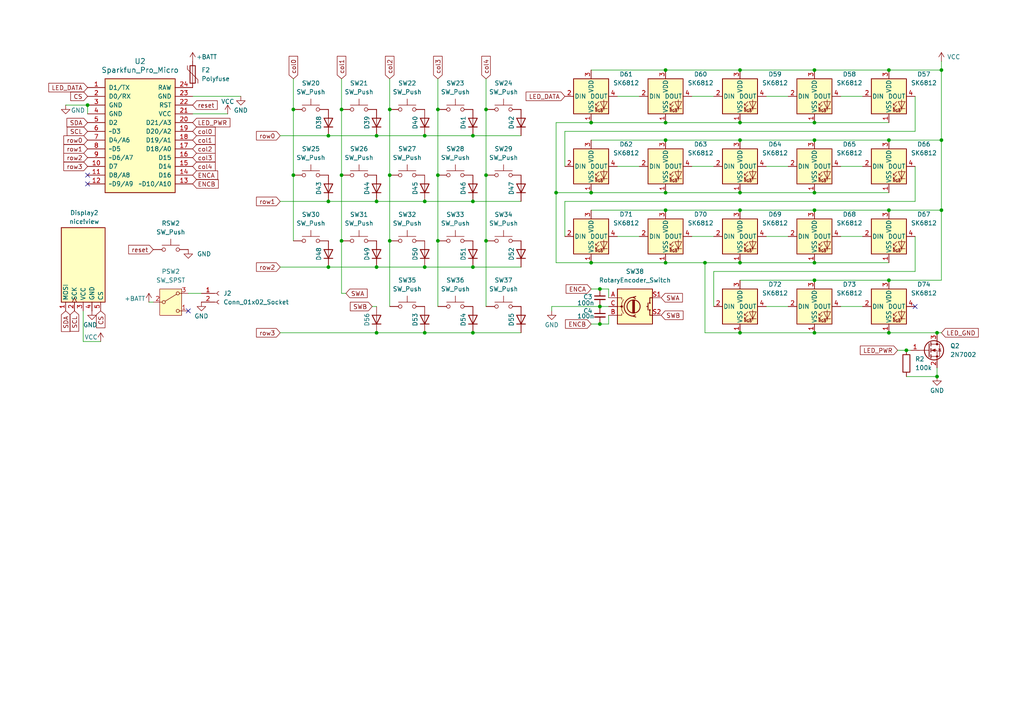
<source format=kicad_sch>
(kicad_sch (version 20250114) (generator "eeschema") (generator_version "9.0")
  (paper "A4")
  (lib_symbols
    (symbol "Arduino:Sparkfun_Pro_Micro" (pin_names (offset 1.016))
      (property "Reference" "U" (at -8.89 21.59 0))
      (property "Value" "Sparkfun_Pro_Micro" (at 0 19.05 0))
      (symbol "Sparkfun_Pro_Micro_1_1"
        (pin bidirectional line (at -15.24 15.24 0) (length 5.08) (name "D1/TX") (number "1"))
        (pin bidirectional line (at -15.24 12.7 0) (length 5.08) (name "D0/RX") (number "2"))
        (pin power_in line (at -15.24 10.16 0) (length 5.08) (name "GND") (number "3"))
        (pin power_in line (at -15.24 7.62 0) (length 5.08) (name "GND") (number "4"))
        (pin bidirectional line (at -15.24 5.08 0) (length 5.08) (name "D2") (number "5"))
        (pin bidirectional line (at -15.24 2.54 0) (length 5.08) (name "~D3") (number "6"))
        (pin bidirectional line (at -15.24 0 0) (length 5.08) (name "D4/A6") (number "7"))
        (pin bidirectional line (at -15.24 -2.54 0) (length 5.08) (name "~D5") (number "8"))
        (pin bidirectional line (at -15.24 -5.08 0) (length 5.08) (name "~D6/A7") (number "9"))
        (pin bidirectional line (at -15.24 -7.62 0) (length 5.08) (name "D7") (number "10"))
        (pin bidirectional line (at -15.24 -10.16 0) (length 5.08) (name "D8/A8") (number "11"))
        (pin bidirectional line (at -15.24 -12.7 0) (length 5.08) (name "~D9/A9") (number "12"))
        (pin power_in line (at 15.24 15.24 180) (length 5.08) (name "RAW") (number "24"))
        (pin power_in line (at 15.24 12.7 180) (length 5.08) (name "GND") (number "23"))
        (pin input line (at 15.24 10.16 180) (length 5.08) (name "RST") (number "22"))
        (pin power_in line (at 15.24 7.62 180) (length 5.08) (name "VCC") (number "21"))
        (pin bidirectional line (at 15.24 5.08 180) (length 5.08) (name "D21/A3") (number "20"))
        (pin bidirectional line (at 15.24 2.54 180) (length 5.08) (name "D20/A2") (number "19"))
        (pin bidirectional line (at 15.24 0 180) (length 5.08) (name "D19/A1") (number "18"))
        (pin bidirectional line (at 15.24 -2.54 180) (length 5.08) (name "D18/A0") (number "17"))
        (pin bidirectional line (at 15.24 -5.08 180) (length 5.08) (name "D15") (number "16"))
        (pin bidirectional line (at 15.24 -7.62 180) (length 5.08) (name "D14") (number "15"))
        (pin bidirectional line (at 15.24 -10.16 180) (length 5.08) (name "D16") (number "14"))
        (pin bidirectional line (at 15.24 -12.7 180) (length 5.08) (name "~D10/A10") (number "13"))
      )
    )
    (symbol "Connector:Conn_01x02_Socket" (pin_names (offset 1.016) (hide yes))
      (property "Reference" "J" (at 0 2.54 0))
      (property "Value" "Conn_01x02_Socket" (at 0 -5.08 0))
      (symbol "Conn_01x02_Socket_1_1"
        (pin passive line (at -5.08 0 0) (length 3.81) (name "Pin_1") (number "1"))
        (pin passive line (at -5.08 -2.54 0) (length 3.81) (name "Pin_2") (number "2"))
      )
    )
    (symbol "Device:C_Small" (pin_numbers (hide yes)) (pin_names (offset 0.254) (hide yes))
      (property "Reference" "C" (at 0.254 1.778 0))
      (property "Value" "C_Small" (at 0.254 -2.032 0))
      (symbol "C_Small_1_1"
        (pin passive line (at 0 2.54 270) (length 2.032) (name "~") (number "1"))
        (pin passive line (at 0 -2.54 90) (length 2.032) (name "~") (number "2"))
      )
    )
    (symbol "Device:Polyfuse" (pin_numbers (hide yes)) (pin_names (offset 0))
      (property "Reference" "F" (at -2.54 0 90))
      (property "Value" "Polyfuse" (at 2.54 0 90))
      (symbol "Polyfuse_1_1"
        (pin passive line (at 0 3.81 270) (length 1.27) (name "~") (number "1"))
        (pin passive line (at 0 -3.81 90) (length 1.27) (name "~") (number "2"))
      )
    )
    (symbol "Device:R" (pin_numbers (hide yes)) (pin_names (offset 0))
      (property "Reference" "R" (at 2.032 0 90))
      (property "Value" "R" (at 0 0 90))
      (symbol "R_1_1"
        (pin passive line (at 0 3.81 270) (length 1.27) (name "~") (number "1"))
        (pin passive line (at 0 -3.81 90) (length 1.27) (name "~") (number "2"))
      )
    )
    (symbol "Device:RotaryEncoder_Switch" (pin_names (offset 0.254) (hide yes))
      (property "Reference" "SW" (at 0 6.604 0))
      (property "Value" "RotaryEncoder_Switch" (at 0 -6.604 0))
      (symbol "RotaryEncoder_Switch_1_1"
        (pin passive line (at -7.62 2.54 0) (length 2.54) (name "A") (number "A"))
        (pin passive line (at -7.62 0 0) (length 2.54) (name "C") (number "C"))
        (pin passive line (at -7.62 -2.54 0) (length 2.54) (name "B") (number "B"))
        (pin passive line (at 7.62 2.54 180) (length 2.54) (name "S1") (number "S1"))
        (pin passive line (at 7.62 -2.54 180) (length 2.54) (name "S2") (number "S2"))
      )
    )
    (symbol "Diode:1N4148WT" (pin_numbers (hide yes)) (pin_names (hide yes))
      (property "Reference" "D" (at 0 2.54 0))
      (property "Value" "1N4148WT" (at 0 -2.54 0))
      (symbol "1N4148WT_1_1"
        (pin passive line (at -3.81 0 0) (length 2.54) (name "K") (number "1"))
        (pin passive line (at 3.81 0 180) (length 2.54) (name "A") (number "2"))
      )
    )
    (symbol "LED:SK6812" (pin_names (offset 0.254))
      (property "Reference" "D" (at 5.08 5.715 0))
      (property "Value" "SK6812" (at 1.27 -5.715 0))
      (symbol "SK6812_0_0"
        (text "RGB" (at 2.286 -4.191 0) (effects (font (size 0.762 0.762))))
      )
      (symbol "SK6812_1_1"
        (pin input line (at -7.62 0 0) (length 2.54) (name "DIN") (number "2"))
        (pin power_in line (at 0 7.62 270) (length 2.54) (name "VDD") (number "3"))
        (pin power_in line (at 0 -7.62 90) (length 2.54) (name "VSS") (number "1"))
        (pin output line (at 7.62 0 180) (length 2.54) (name "DOUT") (number "4"))
      )
    )
    (symbol "Switch:SW_Nidec_CAS-120A1" (pin_names (offset 1) (hide yes))
      (property "Reference" "SW" (at 0 4.318 0))
      (property "Value" "SW_Nidec_CAS-120A1" (at 0 -5.08 0))
      (symbol "SW_Nidec_CAS-120A1_1_1"
        (pin passive line (at -5.08 0 0) (length 2.54) (name "B") (number "2"))
        (pin passive line (at 5.08 2.54 180) (length 2.54) (name "A") (number "3"))
        (pin passive line (at 5.08 -2.54 180) (length 2.54) (name "C") (number "1"))
      )
    )
    (symbol "Switch:SW_Push" (pin_numbers (hide yes)) (pin_names (offset 1.016) (hide yes))
      (property "Reference" "SW" (at 1.27 2.54 0))
      (property "Value" "SW_Push" (at 0 -1.524 0))
      (symbol "SW_Push_0_1"
        (pin passive line (at -5.08 0 0) (length 2.54) (name "1") (number "1"))
        (pin passive line (at 5.08 0 180) (length 2.54) (name "2") (number "2"))
      )
    )
    (symbol "Transistor_FET:2N7002" (pin_names (offset 0) (hide yes))
      (property "Reference" "Q" (at 5.08 1.905 0))
      (property "Value" "2N7002" (at 5.08 0 0))
      (symbol "2N7002_1_1"
        (pin input line (at -5.08 0 0) (length 2.54) (name "G") (number "1"))
        (pin passive line (at 2.54 5.08 270) (length 2.54) (name "D") (number "3"))
        (pin passive line (at 2.54 -5.08 90) (length 2.54) (name "S") (number "2"))
      )
    )
    (symbol "nice_view:nice!view"
      (property "Reference" "Display" (at 0 12.7 0))
      (property "Value" "nice!view" (at 0 0 0))
      (symbol "nice!view_1_1"
        (pin input line (at -5.08 -12.7 90) (length 2.54) (name "MOSI") (number "1"))
        (pin input clock (at -2.54 -12.7 90) (length 2.54) (name "SCK") (number "2"))
        (pin power_in line (at 0 -12.7 90) (length 2.54) (name "VCC") (number "3"))
        (pin power_out line (at 2.54 -12.7 90) (length 2.54) (name "GND") (number "4"))
        (pin passive line (at 5.08 -12.7 90) (length 2.54) (name "CS") (number "5"))
      )
    )
    (symbol "power:GND" (power) (pin_numbers (hide yes)) (pin_names (offset 0) (hide yes))
      (property "Value" "GND" (at 0 -3.81 0))
      (symbol "GND_1_1"
        (pin power_in line (at 0 0 270) (length 0) (name "~") (number "1"))
      )
    )
    (symbol "power:VCC" (power) (pin_numbers (hide yes)) (pin_names (offset 0) (hide yes))
      (property "Value" "VCC" (at 0 3.556 0))
      (symbol "VCC_1_1"
        (pin power_in line (at 0 0 90) (length 0) (name "~") (number "1"))
      )
    )
  )
  (junction (at 113.03 69.85))
  (junction (at 236.22 35.56))
  (junction (at 257.81 20.32))
  (junction (at 95.25 77.47))
  (junction (at 123.19 39.37))
  (junction (at 127 31.75))
  (junction (at 257.81 81.28))
  (junction (at 127 50.8))
  (junction (at 214.63 60.96))
  (junction (at 25.4 30.48))
  (junction (at 271.78 96.52))
  (junction (at 109.22 96.52))
  (junction (at 140.97 31.75))
  (junction (at 171.45 76.2))
  (junction (at 214.63 76.2))
  (junction (at 99.06 50.8))
  (junction (at 99.06 69.85))
  (junction (at 95.25 39.37))
  (junction (at 109.22 77.47))
  (junction (at 123.19 77.47))
  (junction (at 214.63 96.52))
  (junction (at 214.63 35.56))
  (junction (at 193.04 60.96))
  (junction (at 140.97 50.8))
  (junction (at 137.16 39.37))
  (junction (at 123.19 96.52))
  (junction (at 173.99 83.82))
  (junction (at 109.22 58.42))
  (junction (at 273.05 60.96))
  (junction (at 257.81 60.96))
  (junction (at 137.16 58.42))
  (junction (at 123.19 58.42))
  (junction (at 204.47 76.2))
  (junction (at 271.78 109.22))
  (junction (at 137.16 96.52))
  (junction (at 236.22 55.88))
  (junction (at 85.09 31.75))
  (junction (at 214.63 40.64))
  (junction (at 137.16 77.47))
  (junction (at 173.99 93.98))
  (junction (at 236.22 81.28))
  (junction (at 95.25 58.42))
  (junction (at 273.05 40.64))
  (junction (at 85.09 50.8))
  (junction (at 262.89 101.6))
  (junction (at 257.81 40.64))
  (junction (at 214.63 55.88))
  (junction (at 236.22 20.32))
  (junction (at 127 69.85))
  (junction (at 140.97 69.85))
  (junction (at 214.63 20.32))
  (junction (at 171.45 55.88))
  (junction (at 236.22 40.64))
  (junction (at 236.22 60.96))
  (junction (at 109.22 39.37))
  (junction (at 99.06 31.75))
  (junction (at 173.99 88.9))
  (junction (at 236.22 76.2))
  (junction (at 193.04 35.56))
  (junction (at 171.45 35.56))
  (junction (at 113.03 31.75))
  (junction (at 161.29 55.88))
  (junction (at 273.05 20.32))
  (junction (at 193.04 76.2))
  (junction (at 193.04 20.32))
  (junction (at 193.04 40.64))
  (junction (at 193.04 55.88))
  (junction (at 236.22 96.52))
  (junction (at 113.03 50.8))
  (junction (at 257.81 96.52))
  (no_connect (at 25.4 50.8))
  (no_connect (at 265.43 88.9))
  (no_connect (at 25.4 53.34))
  (no_connect (at 54.61 90.17))
  (wire (pts (xy 163.83 58.42) (xy 163.83 68.58)))
  (wire (pts (xy 123.19 77.47) (xy 137.16 77.47)))
  (wire (pts (xy 173.99 93.98) (xy 176.53 93.98)))
  (wire (pts (xy 236.22 81.28) (xy 257.81 81.28)))
  (wire (pts (xy 55.88 27.94) (xy 69.85 27.94)))
  (wire (pts (xy 171.45 76.2) (xy 161.29 76.2)))
  (wire (pts (xy 222.25 27.94) (xy 228.6 27.94)))
  (wire (pts (xy 140.97 22.86) (xy 140.97 31.75)))
  (wire (pts (xy 179.07 48.26) (xy 185.42 48.26)))
  (wire (pts (xy 137.16 96.52) (xy 151.13 96.52)))
  (wire (pts (xy 193.04 55.88) (xy 214.63 55.88)))
  (wire (pts (xy 173.99 88.9) (xy 176.53 88.9)))
  (wire (pts (xy 171.45 35.56) (xy 193.04 35.56)))
  (wire (pts (xy 214.63 55.88) (xy 236.22 55.88)))
  (wire (pts (xy 171.45 60.96) (xy 193.04 60.96)))
  (wire (pts (xy 200.66 27.94) (xy 207.01 27.94)))
  (wire (pts (xy 243.84 68.58) (xy 250.19 68.58)))
  (wire (pts (xy 160.02 88.9) (xy 160.02 90.17)))
  (wire (pts (xy 273.05 20.32) (xy 273.05 40.64)))
  (wire (pts (xy 260.35 101.6) (xy 262.89 101.6)))
  (wire (pts (xy 236.22 96.52) (xy 257.81 96.52)))
  (wire (pts (xy 55.88 33.02) (xy 66.04 33.02)))
  (wire (pts (xy 95.25 39.37) (xy 109.22 39.37)))
  (wire (pts (xy 109.22 96.52) (xy 123.19 96.52)))
  (wire (pts (xy 99.06 85.09) (xy 100.33 85.09)))
  (wire (pts (xy 85.09 31.75) (xy 85.09 50.8)))
  (wire (pts (xy 127 69.85) (xy 127 88.9)))
  (wire (pts (xy 99.06 22.86) (xy 99.06 31.75)))
  (wire (pts (xy 193.04 40.64) (xy 214.63 40.64)))
  (wire (pts (xy 99.06 50.8) (xy 99.06 69.85)))
  (wire (pts (xy 140.97 69.85) (xy 140.97 88.9)))
  (wire (pts (xy 179.07 68.58) (xy 185.42 68.58)))
  (wire (pts (xy 214.63 81.28) (xy 236.22 81.28)))
  (wire (pts (xy 200.66 68.58) (xy 207.01 68.58)))
  (wire (pts (xy 171.45 93.98) (xy 173.99 93.98)))
  (wire (pts (xy 273.05 20.32) (xy 257.81 20.32)))
  (wire (pts (xy 236.22 35.56) (xy 257.81 35.56)))
  (wire (pts (xy 140.97 31.75) (xy 140.97 50.8)))
  (wire (pts (xy 99.06 69.85) (xy 99.06 85.09)))
  (wire (pts (xy 127 50.8) (xy 127 69.85)))
  (wire (pts (xy 140.97 50.8) (xy 140.97 69.85)))
  (wire (pts (xy 29.21 99.06) (xy 24.13 99.06)))
  (wire (pts (xy 214.63 76.2) (xy 236.22 76.2)))
  (wire (pts (xy 113.03 50.8) (xy 113.03 69.85)))
  (wire (pts (xy 25.4 30.48) (xy 25.4 33.02)))
  (wire (pts (xy 137.16 39.37) (xy 151.13 39.37)))
  (wire (pts (xy 204.47 76.2) (xy 214.63 76.2)))
  (wire (pts (xy 81.28 58.42) (xy 95.25 58.42)))
  (wire (pts (xy 273.05 60.96) (xy 257.81 60.96)))
  (wire (pts (xy 113.03 22.86) (xy 113.03 31.75)))
  (wire (pts (xy 207.01 88.9) (xy 207.01 78.74)))
  (wire (pts (xy 24.13 99.06) (xy 24.13 90.17)))
  (wire (pts (xy 271.78 109.22) (xy 271.78 106.68)))
  (wire (pts (xy 273.05 17.78) (xy 273.05 20.32)))
  (wire (pts (xy 262.89 109.22) (xy 271.78 109.22)))
  (wire (pts (xy 113.03 69.85) (xy 113.03 88.9)))
  (wire (pts (xy 107.95 88.9) (xy 109.22 88.9)))
  (wire (pts (xy 137.16 77.47) (xy 151.13 77.47)))
  (wire (pts (xy 265.43 38.1) (xy 265.43 27.94)))
  (wire (pts (xy 176.53 83.82) (xy 176.53 86.36)))
  (wire (pts (xy 109.22 39.37) (xy 123.19 39.37)))
  (wire (pts (xy 222.25 68.58) (xy 228.6 68.58)))
  (wire (pts (xy 179.07 27.94) (xy 185.42 27.94)))
  (wire (pts (xy 273.05 81.28) (xy 257.81 81.28)))
  (wire (pts (xy 243.84 48.26) (xy 250.19 48.26)))
  (wire (pts (xy 95.25 58.42) (xy 109.22 58.42)))
  (wire (pts (xy 123.19 39.37) (xy 137.16 39.37)))
  (wire (pts (xy 123.19 58.42) (xy 137.16 58.42)))
  (wire (pts (xy 236.22 20.32) (xy 257.81 20.32)))
  (wire (pts (xy 163.83 38.1) (xy 265.43 38.1)))
  (wire (pts (xy 265.43 58.42) (xy 163.83 58.42)))
  (wire (pts (xy 19.05 30.48) (xy 25.4 30.48)))
  (wire (pts (xy 137.16 58.42) (xy 151.13 58.42)))
  (wire (pts (xy 204.47 96.52) (xy 214.63 96.52)))
  (wire (pts (xy 265.43 48.26) (xy 265.43 58.42)))
  (wire (pts (xy 127 31.75) (xy 127 50.8)))
  (wire (pts (xy 273.05 96.52) (xy 271.78 96.52)))
  (wire (pts (xy 204.47 76.2) (xy 204.47 96.52)))
  (wire (pts (xy 171.45 76.2) (xy 193.04 76.2)))
  (wire (pts (xy 262.89 101.6) (xy 264.16 101.6)))
  (wire (pts (xy 273.05 40.64) (xy 257.81 40.64)))
  (wire (pts (xy 54.61 85.09) (xy 58.42 85.09)))
  (wire (pts (xy 207.01 78.74) (xy 265.43 78.74)))
  (wire (pts (xy 99.06 31.75) (xy 99.06 50.8)))
  (wire (pts (xy 95.25 77.47) (xy 109.22 77.47)))
  (wire (pts (xy 81.28 39.37) (xy 95.25 39.37)))
  (wire (pts (xy 222.25 88.9) (xy 228.6 88.9)))
  (wire (pts (xy 109.22 77.47) (xy 123.19 77.47)))
  (wire (pts (xy 109.22 58.42) (xy 123.19 58.42)))
  (wire (pts (xy 161.29 55.88) (xy 161.29 35.56)))
  (wire (pts (xy 214.63 40.64) (xy 236.22 40.64)))
  (wire (pts (xy 273.05 60.96) (xy 273.05 81.28)))
  (wire (pts (xy 161.29 35.56) (xy 171.45 35.56)))
  (wire (pts (xy 161.29 76.2) (xy 161.29 55.88)))
  (wire (pts (xy 123.19 96.52) (xy 137.16 96.52)))
  (wire (pts (xy 81.28 77.47) (xy 95.25 77.47)))
  (wire (pts (xy 161.29 55.88) (xy 171.45 55.88)))
  (wire (pts (xy 171.45 55.88) (xy 193.04 55.88)))
  (wire (pts (xy 236.22 40.64) (xy 257.81 40.64)))
  (wire (pts (xy 222.25 48.26) (xy 228.6 48.26)))
  (wire (pts (xy 193.04 35.56) (xy 214.63 35.56)))
  (wire (pts (xy 171.45 40.64) (xy 193.04 40.64)))
  (wire (pts (xy 85.09 50.8) (xy 85.09 69.85)))
  (wire (pts (xy 273.05 40.64) (xy 273.05 60.96)))
  (wire (pts (xy 176.53 93.98) (xy 176.53 91.44)))
  (wire (pts (xy 243.84 88.9) (xy 250.19 88.9)))
  (wire (pts (xy 236.22 55.88) (xy 257.81 55.88)))
  (wire (pts (xy 81.28 96.52) (xy 109.22 96.52)))
  (wire (pts (xy 171.45 20.32) (xy 193.04 20.32)))
  (wire (pts (xy 85.09 22.86) (xy 85.09 31.75)))
  (wire (pts (xy 173.99 83.82) (xy 176.53 83.82)))
  (wire (pts (xy 171.45 83.82) (xy 173.99 83.82)))
  (wire (pts (xy 163.83 48.26) (xy 163.83 38.1)))
  (wire (pts (xy 214.63 35.56) (xy 236.22 35.56)))
  (wire (pts (xy 236.22 60.96) (xy 257.81 60.96)))
  (wire (pts (xy 193.04 20.32) (xy 214.63 20.32)))
  (wire (pts (xy 214.63 60.96) (xy 236.22 60.96)))
  (wire (pts (xy 127 22.86) (xy 127 31.75)))
  (wire (pts (xy 214.63 20.32) (xy 236.22 20.32)))
  (wire (pts (xy 265.43 78.74) (xy 265.43 68.58)))
  (wire (pts (xy 43.18 87.63) (xy 44.45 87.63)))
  (wire (pts (xy 236.22 76.2) (xy 257.81 76.2)))
  (wire (pts (xy 200.66 48.26) (xy 207.01 48.26)))
  (wire (pts (xy 193.04 76.2) (xy 204.47 76.2)))
  (wire (pts (xy 113.03 31.75) (xy 113.03 50.8)))
  (wire (pts (xy 160.02 88.9) (xy 173.99 88.9)))
  (wire (pts (xy 214.63 96.52) (xy 236.22 96.52)))
  (wire (pts (xy 243.84 27.94) (xy 250.19 27.94)))
  (wire (pts (xy 193.04 60.96) (xy 214.63 60.96)))
  (wire (pts (xy 257.81 96.52) (xy 271.78 96.52)))
  (global_label "col0" (shape input) (at 55.88 38.1 0) (property "Intersheetrefs" "${INTERSHEET_REFS}" (effects (hide yes))))
  (global_label "row1" (shape input) (at 81.28 58.42 180) (property "Intersheetrefs" "${INTERSHEET_REFS}" (effects (hide yes))))
  (global_label "reset" (shape input) (at 55.88 30.48 0) (property "Intersheetrefs" "${INTERSHEET_REFS}" (effects (hide yes))))
  (global_label "col4" (shape input) (at 55.88 48.26 0) (property "Intersheetrefs" "${INTERSHEET_REFS}" (effects (hide yes))))
  (global_label "col3" (shape input) (at 55.88 45.72 0) (property "Intersheetrefs" "${INTERSHEET_REFS}" (effects (hide yes))))
  (global_label "ENCB" (shape input) (at 171.45 93.98 180) (property "Intersheetrefs" "${INTERSHEET_REFS}" (effects (hide yes))))
  (global_label "SDA" (shape input) (at 25.4 35.56 180) (property "Intersheetrefs" "${INTERSHEET_REFS}" (effects (hide yes))))
  (global_label "row0" (shape input) (at 25.4 40.64 180) (property "Intersheetrefs" "${INTERSHEET_REFS}" (effects (hide yes))))
  (global_label "SWA" (shape input) (at 100.33 85.09 0) (property "Intersheetrefs" "${INTERSHEET_REFS}" (effects (hide yes))))
  (global_label "SWB" (shape input) (at 107.95 88.9 180) (property "Intersheetrefs" "${INTERSHEET_REFS}" (effects (hide yes))))
  (global_label "LED_GND" (shape input) (at 273.05 96.52 0) (property "Intersheetrefs" "${INTERSHEET_REFS}" (effects (hide yes))))
  (global_label "col4" (shape input) (at 140.97 22.86 90) (property "Intersheetrefs" "${INTERSHEET_REFS}" (effects (hide yes))))
  (global_label "SDA" (shape input) (at 19.05 90.17 270) (property "Intersheetrefs" "${INTERSHEET_REFS}" (effects (hide yes))))
  (global_label "row2" (shape input) (at 81.28 77.47 180) (property "Intersheetrefs" "${INTERSHEET_REFS}" (effects (hide yes))))
  (global_label "LED_PWR" (shape input) (at 260.35 101.6 180) (property "Intersheetrefs" "${INTERSHEET_REFS}" (effects (hide yes))))
  (global_label "row3" (shape input) (at 81.28 96.52 180) (property "Intersheetrefs" "${INTERSHEET_REFS}" (effects (hide yes))))
  (global_label "col2" (shape input) (at 113.03 22.86 90) (property "Intersheetrefs" "${INTERSHEET_REFS}" (effects (hide yes))))
  (global_label "col3" (shape input) (at 127 22.86 90) (property "Intersheetrefs" "${INTERSHEET_REFS}" (effects (hide yes))))
  (global_label "ENCA" (shape input) (at 171.45 83.82 180) (property "Intersheetrefs" "${INTERSHEET_REFS}" (effects (hide yes))))
  (global_label "row3" (shape input) (at 25.4 48.26 180) (property "Intersheetrefs" "${INTERSHEET_REFS}" (effects (hide yes))))
  (global_label "col2" (shape input) (at 55.88 43.18 0) (property "Intersheetrefs" "${INTERSHEET_REFS}" (effects (hide yes))))
  (global_label "row0" (shape input) (at 81.28 39.37 180) (property "Intersheetrefs" "${INTERSHEET_REFS}" (effects (hide yes))))
  (global_label "SCL" (shape input) (at 21.59 90.17 270) (property "Intersheetrefs" "${INTERSHEET_REFS}" (effects (hide yes))))
  (global_label "LED_DATA" (shape input) (at 163.83 27.94 180) (property "Intersheetrefs" "${INTERSHEET_REFS}" (effects (hide yes))))
  (global_label "SCL" (shape input) (at 25.4 38.1 180) (property "Intersheetrefs" "${INTERSHEET_REFS}" (effects (hide yes))))
  (global_label "CS" (shape input) (at 29.21 90.17 270) (property "Intersheetrefs" "${INTERSHEET_REFS}" (effects (hide yes))))
  (global_label "col1" (shape input) (at 55.88 40.64 0) (property "Intersheetrefs" "${INTERSHEET_REFS}" (effects (hide yes))))
  (global_label "SWB" (shape input) (at 191.77 91.44 0) (property "Intersheetrefs" "${INTERSHEET_REFS}" (effects (hide yes))))
  (global_label "LED_DATA" (shape input) (at 25.4 25.4 180) (property "Intersheetrefs" "${INTERSHEET_REFS}" (effects (hide yes))))
  (global_label "col1" (shape input) (at 99.06 22.86 90) (property "Intersheetrefs" "${INTERSHEET_REFS}" (effects (hide yes))))
  (global_label "col0" (shape input) (at 85.09 22.86 90) (property "Intersheetrefs" "${INTERSHEET_REFS}" (effects (hide yes))))
  (global_label "ENCA" (shape input) (at 55.88 50.8 0) (property "Intersheetrefs" "${INTERSHEET_REFS}" (effects (hide yes))))
  (global_label "reset" (shape input) (at 44.45 72.39 180) (property "Intersheetrefs" "${INTERSHEET_REFS}" (effects (hide yes))))
  (global_label "CS" (shape input) (at 25.4 27.94 180) (property "Intersheetrefs" "${INTERSHEET_REFS}" (effects (hide yes))))
  (global_label "ENCB" (shape input) (at 55.88 53.34 0) (property "Intersheetrefs" "${INTERSHEET_REFS}" (effects (hide yes))))
  (global_label "row1" (shape input) (at 25.4 43.18 180) (property "Intersheetrefs" "${INTERSHEET_REFS}" (effects (hide yes))))
  (global_label "LED_PWR" (shape input) (at 55.88 35.56 0) (property "Intersheetrefs" "${INTERSHEET_REFS}" (effects (hide yes))))
  (global_label "row2" (shape input) (at 25.4 45.72 180) (property "Intersheetrefs" "${INTERSHEET_REFS}" (effects (hide yes))))
  (global_label "SWA" (shape input) (at 191.77 86.36 0) (property "Intersheetrefs" "${INTERSHEET_REFS}" (effects (hide yes))))
  (symbol (lib_id "Switch:SW_Push") (at 146.05 50.8 0) (unit 1)
    (property "Reference" "SW29" (at 146.05 43.18 0))
    (property "Value" "SW_Push" (at 146.05 45.72 0))
    (property "Footprint" "Custom Footprints:gateron-ks27-hotswap-reversible" (effects (hide yes)))
    (property "Description" "Push button switch, generic, two pins" (effects (hide yes)))
  )
  (symbol (lib_id "Switch:SW_Push") (at 146.05 69.85 0) (unit 1)
    (property "Reference" "SW34" (at 146.05 62.23 0))
    (property "Value" "SW_Push" (at 146.05 64.77 0))
    (property "Footprint" "Custom Footprints:gateron-ks27-hotswap-reversible" (effects (hide yes)))
    (property "Description" "Push button switch, generic, two pins" (effects (hide yes)))
  )
  (symbol (lib_id "LED:SK6812") (at 171.45 27.94 0) (unit 1)
    (property "Reference" "D61" (at 181.61 21.5198 0))
    (property "Value" "SK6812" (at 181.61 24.0598 0))
    (property "Footprint" "Custom Footprints:SK6812_4020_SIDE_rev2" (effects (hide yes)))
    (property "Datasheet" "https://cdn-shop.adafruit.com/product-files/1138/SK6812+LED+datasheet+.pdf" (effects (hide yes)))
    (property "Description" "RGB LED with integrated controller" (effects (hide yes)))
  )
  (symbol (lib_id "Diode:1N4148WT") (at 95.25 73.66 90) (unit 1)
    (property "Reference" "D48" (at 92.456 73.66 0))
    (property "Value" "1N4148WT" (effects (hide yes)))
    (property "Footprint" "Custom Footprints:D_SOD-523" (effects (hide yes)))
    (property "Datasheet" "https://www.diodes.com/assets/Datasheets/ds30396.pdf" (effects (hide yes)))
    (property "Description" "75V 0.15A Fast switching Diode, SOD-523" (effects (hide yes)))
    (property "Sim.Device" "D" (effects (hide yes)))
    (property "Sim.Pins" "1=K 2=A" (effects (hide yes)))
  )
  (symbol (lib_id "Switch:SW_Push") (at 146.05 31.75 0) (unit 1)
    (property "Reference" "SW24" (at 146.05 24.13 0))
    (property "Value" "SW_Push" (at 146.05 26.67 0))
    (property "Footprint" "Custom Footprints:gateron-ks27-hotswap-reversible" (effects (hide yes)))
    (property "Description" "Push button switch, generic, two pins" (effects (hide yes)))
  )
  (symbol (lib_id "LED:SK6812") (at 236.22 68.58 0) (unit 1)
    (property "Reference" "D68" (at 246.38 62.1598 0))
    (property "Value" "SK6812" (at 246.38 64.6998 0))
    (property "Footprint" "Custom Footprints:SK6812_4020_SIDE_rev2" (effects (hide yes)))
    (property "Datasheet" "https://cdn-shop.adafruit.com/product-files/1138/SK6812+LED+datasheet+.pdf" (effects (hide yes)))
    (property "Description" "RGB LED with integrated controller" (effects (hide yes)))
  )
  (symbol (lib_id "Diode:1N4148WT") (at 123.19 92.71 90) (unit 1)
    (property "Reference" "D53" (at 120.396 92.71 0))
    (property "Value" "1N4148WT" (effects (hide yes)))
    (property "Footprint" "Custom Footprints:D_SOD-523" (effects (hide yes)))
    (property "Datasheet" "https://www.diodes.com/assets/Datasheets/ds30396.pdf" (effects (hide yes)))
    (property "Description" "75V 0.15A Fast switching Diode, SOD-523" (effects (hide yes)))
    (property "Sim.Device" "D" (effects (hide yes)))
    (property "Sim.Pins" "1=K 2=A" (effects (hide yes)))
  )
  (symbol (lib_id "Diode:1N4148WT") (at 137.16 35.56 90) (unit 1)
    (property "Reference" "D41" (at 134.366 35.56 0))
    (property "Value" "1N4148WT" (effects (hide yes)))
    (property "Footprint" "Custom Footprints:D_SOD-523" (effects (hide yes)))
    (property "Datasheet" "https://www.diodes.com/assets/Datasheets/ds30396.pdf" (effects (hide yes)))
    (property "Description" "75V 0.15A Fast switching Diode, SOD-523" (effects (hide yes)))
    (property "Sim.Device" "D" (effects (hide yes)))
    (property "Sim.Pins" "1=K 2=A" (effects (hide yes)))
  )
  (symbol (lib_id "Diode:1N4148WT") (at 151.13 35.56 90) (unit 1)
    (property "Reference" "D42" (at 148.336 35.56 0))
    (property "Value" "1N4148WT" (effects (hide yes)))
    (property "Footprint" "Custom Footprints:D_SOD-523" (effects (hide yes)))
    (property "Datasheet" "https://www.diodes.com/assets/Datasheets/ds30396.pdf" (effects (hide yes)))
    (property "Description" "75V 0.15A Fast switching Diode, SOD-523" (effects (hide yes)))
    (property "Sim.Device" "D" (effects (hide yes)))
    (property "Sim.Pins" "1=K 2=A" (effects (hide yes)))
  )
  (symbol (lib_id "Arduino:Sparkfun_Pro_Micro") (at 40.64 40.64 0) (unit 1)
    (property "Reference" "U2" (at 40.64 17.78 0) (effects (font (size 1.524 1.524))))
    (property "Value" "Sparkfun_Pro_Micro" (at 40.64 20.32 0) (effects (font (size 1.524 1.524))))
    (property "Footprint" "Arduino:Sparkfun_Pro_Micro" (effects (hide yes)))
    (property "Datasheet" "https://www.sparkfun.com/products/12640" (effects (hide yes)))
    (property "Description" "Sparkfun Pro Micro" (effects (hide yes)))
  )
  (symbol (lib_id "Diode:1N4148WT") (at 123.19 54.61 90) (unit 1)
    (property "Reference" "D45" (at 120.396 54.61 0))
    (property "Value" "1N4148WT" (effects (hide yes)))
    (property "Footprint" "Custom Footprints:D_SOD-523" (effects (hide yes)))
    (property "Datasheet" "https://www.diodes.com/assets/Datasheets/ds30396.pdf" (effects (hide yes)))
    (property "Description" "75V 0.15A Fast switching Diode, SOD-523" (effects (hide yes)))
    (property "Sim.Device" "D" (effects (hide yes)))
    (property "Sim.Pins" "1=K 2=A" (effects (hide yes)))
  )
  (symbol (lib_id "Diode:1N4148WT") (at 123.19 73.66 90) (unit 1)
    (property "Reference" "D50" (at 120.396 73.66 0))
    (property "Value" "1N4148WT" (effects (hide yes)))
    (property "Footprint" "Custom Footprints:D_SOD-523" (effects (hide yes)))
    (property "Datasheet" "https://www.diodes.com/assets/Datasheets/ds30396.pdf" (effects (hide yes)))
    (property "Description" "75V 0.15A Fast switching Diode, SOD-523" (effects (hide yes)))
    (property "Sim.Device" "D" (effects (hide yes)))
    (property "Sim.Pins" "1=K 2=A" (effects (hide yes)))
  )
  (symbol (lib_id "LED:SK6812") (at 193.04 68.58 0) (unit 1)
    (property "Reference" "D70" (at 203.2 62.1598 0))
    (property "Value" "SK6812" (at 203.2 64.6998 0))
    (property "Footprint" "Custom Footprints:SK6812_4020_SIDE_rev2" (effects (hide yes)))
    (property "Datasheet" "https://cdn-shop.adafruit.com/product-files/1138/SK6812+LED+datasheet+.pdf" (effects (hide yes)))
    (property "Description" "RGB LED with integrated controller" (effects (hide yes)))
  )
  (symbol (lib_id "Diode:1N4148WT") (at 137.16 73.66 90) (unit 1)
    (property "Reference" "D51" (at 134.366 73.66 0))
    (property "Value" "1N4148WT" (effects (hide yes)))
    (property "Footprint" "Custom Footprints:D_SOD-523" (effects (hide yes)))
    (property "Datasheet" "https://www.diodes.com/assets/Datasheets/ds30396.pdf" (effects (hide yes)))
    (property "Description" "75V 0.15A Fast switching Diode, SOD-523" (effects (hide yes)))
    (property "Sim.Device" "D" (effects (hide yes)))
    (property "Sim.Pins" "1=K 2=A" (effects (hide yes)))
  )
  (symbol (lib_id "Diode:1N4148WT") (at 95.25 35.56 90) (unit 1)
    (property "Reference" "D38" (at 92.456 35.56 0))
    (property "Value" "1N4148WT" (effects (hide yes)))
    (property "Footprint" "Custom Footprints:D_SOD-523" (effects (hide yes)))
    (property "Datasheet" "https://www.diodes.com/assets/Datasheets/ds30396.pdf" (effects (hide yes)))
    (property "Description" "75V 0.15A Fast switching Diode, SOD-523" (effects (hide yes)))
    (property "Sim.Device" "D" (effects (hide yes)))
    (property "Sim.Pins" "1=K 2=A" (effects (hide yes)))
  )
  (symbol (lib_id "LED:SK6812") (at 193.04 48.26 0) (unit 1)
    (property "Reference" "D63" (at 203.2 41.8398 0))
    (property "Value" "SK6812" (at 203.2 44.3798 0))
    (property "Footprint" "Custom Footprints:SK6812_4020_SIDE_rev2" (effects (hide yes)))
    (property "Datasheet" "https://cdn-shop.adafruit.com/product-files/1138/SK6812+LED+datasheet+.pdf" (effects (hide yes)))
    (property "Description" "RGB LED with integrated controller" (effects (hide yes)))
  )
  (symbol (lib_id "power:GND") (at 26.67 90.17 0) (unit 1)
    (property "Reference" "#PWR021" (effects (hide yes)))
    (property "Value" "GND" (at 26.162 94.234 0))
    (property "Description" "Power symbol creates a global label with name \"GND\" , ground" (effects (hide yes)))
  )
  (symbol (lib_id "Switch:SW_Push") (at 49.53 72.39 0) (unit 1)
    (property "Reference" "RSW2" (at 49.53 64.77 0))
    (property "Value" "SW_Push" (at 49.53 67.31 0))
    (property "Footprint" "Custom Footprints:SW_SPST_FSMSM" (effects (hide yes)))
    (property "Description" "Push button switch, generic, two pins" (effects (hide yes)))
  )
  (symbol (lib_id "Switch:SW_Push") (at 132.08 31.75 0) (unit 1)
    (property "Reference" "SW23" (at 132.08 24.13 0))
    (property "Value" "SW_Push" (at 132.08 26.67 0))
    (property "Footprint" "Custom Footprints:gateron-ks27-hotswap-reversible" (effects (hide yes)))
    (property "Description" "Push button switch, generic, two pins" (effects (hide yes)))
  )
  (symbol (lib_id "Diode:1N4148WT") (at 109.22 73.66 90) (unit 1)
    (property "Reference" "D49" (at 106.426 73.66 0))
    (property "Value" "1N4148WT" (effects (hide yes)))
    (property "Footprint" "Custom Footprints:D_SOD-523" (effects (hide yes)))
    (property "Datasheet" "https://www.diodes.com/assets/Datasheets/ds30396.pdf" (effects (hide yes)))
    (property "Description" "75V 0.15A Fast switching Diode, SOD-523" (effects (hide yes)))
    (property "Sim.Device" "D" (effects (hide yes)))
    (property "Sim.Pins" "1=K 2=A" (effects (hide yes)))
  )
  (symbol (lib_id "Switch:SW_Push") (at 118.11 88.9 0) (unit 1)
    (property "Reference" "SW35" (at 118.11 81.28 0))
    (property "Value" "SW_Push" (at 118.11 83.82 0))
    (property "Footprint" "Custom Footprints:gateron-ks27-hotswap-reversible" (effects (hide yes)))
    (property "Description" "Push button switch, generic, two pins" (effects (hide yes)))
  )
  (symbol (lib_id "Switch:SW_Push") (at 90.17 31.75 0) (unit 1)
    (property "Reference" "SW20" (at 90.17 24.13 0))
    (property "Value" "SW_Push" (at 90.17 26.67 0))
    (property "Footprint" "Custom Footprints:gateron-ks27-hotswap-reversible" (effects (hide yes)))
    (property "Description" "Push button switch, generic, two pins" (effects (hide yes)))
  )
  (symbol (lib_id "Switch:SW_Push") (at 90.17 50.8 0) (unit 1)
    (property "Reference" "SW25" (at 90.17 43.18 0))
    (property "Value" "SW_Push" (at 90.17 45.72 0))
    (property "Footprint" "Custom Footprints:gateron-ks27-hotswap-reversible" (effects (hide yes)))
    (property "Description" "Push button switch, generic, two pins" (effects (hide yes)))
  )
  (symbol (lib_id "Device:RotaryEncoder_Switch") (at 184.15 88.9 0) (unit 1)
    (property "Reference" "SW38" (at 184.15 78.74 0))
    (property "Value" "RotaryEncoder_Switch" (at 184.15 81.28 0))
    (property "Footprint" "Custom Footprints:RotaryEncoder_Alps_EC11E-Switch_Vertical_H20mm" (effects (hide yes)))
    (property "Description" "Rotary encoder, dual channel, incremental quadrate outputs, with switch" (effects (hide yes)))
  )
  (symbol (lib_id "Diode:1N4148WT") (at 137.16 54.61 90) (unit 1)
    (property "Reference" "D46" (at 134.366 54.61 0))
    (property "Value" "1N4148WT" (effects (hide yes)))
    (property "Footprint" "Custom Footprints:D_SOD-523" (effects (hide yes)))
    (property "Datasheet" "https://www.diodes.com/assets/Datasheets/ds30396.pdf" (effects (hide yes)))
    (property "Description" "75V 0.15A Fast switching Diode, SOD-523" (effects (hide yes)))
    (property "Sim.Device" "D" (effects (hide yes)))
    (property "Sim.Pins" "1=K 2=A" (effects (hide yes)))
  )
  (symbol (lib_id "Device:R") (at 262.89 105.41 0) (unit 1)
    (property "Reference" "R2" (at 265.43 104.1399 0) (effects (justify left)))
    (property "Value" "100k" (at 265.43 106.6799 0) (effects (justify left)))
    (property "Footprint" "Custom Footprints:0805_2012_nonpolarised" (effects (hide yes)))
    (property "Description" "Resistor" (effects (hide yes)))
  )
  (symbol (lib_id "LED:SK6812") (at 257.81 27.94 0) (unit 1)
    (property "Reference" "D57" (at 267.97 21.5198 0))
    (property "Value" "SK6812" (at 267.97 24.0598 0))
    (property "Footprint" "Custom Footprints:SK6812_4020_SIDE_rev2" (effects (hide yes)))
    (property "Datasheet" "https://cdn-shop.adafruit.com/product-files/1138/SK6812+LED+datasheet+.pdf" (effects (hide yes)))
    (property "Description" "RGB LED with integrated controller" (effects (hide yes)))
  )
  (symbol (lib_id "Diode:1N4148WT") (at 109.22 35.56 90) (unit 1)
    (property "Reference" "D39" (at 106.426 35.56 0))
    (property "Value" "1N4148WT" (effects (hide yes)))
    (property "Footprint" "Custom Footprints:D_SOD-523" (effects (hide yes)))
    (property "Datasheet" "https://www.diodes.com/assets/Datasheets/ds30396.pdf" (effects (hide yes)))
    (property "Description" "75V 0.15A Fast switching Diode, SOD-523" (effects (hide yes)))
    (property "Sim.Device" "D" (effects (hide yes)))
    (property "Sim.Pins" "1=K 2=A" (effects (hide yes)))
  )
  (symbol (lib_id "LED:SK6812") (at 257.81 48.26 0) (unit 1)
    (property "Reference" "D66" (at 267.97 41.8398 0))
    (property "Value" "SK6812" (at 267.97 44.3798 0))
    (property "Footprint" "Custom Footprints:SK6812_4020_SIDE_rev2" (effects (hide yes)))
    (property "Datasheet" "https://cdn-shop.adafruit.com/product-files/1138/SK6812+LED+datasheet+.pdf" (effects (hide yes)))
    (property "Description" "RGB LED with integrated controller" (effects (hide yes)))
  )
  (symbol (lib_id "Diode:1N4148WT") (at 95.25 54.61 90) (unit 1)
    (property "Reference" "D43" (at 92.456 54.61 0))
    (property "Value" "1N4148WT" (effects (hide yes)))
    (property "Footprint" "Custom Footprints:D_SOD-523" (effects (hide yes)))
    (property "Datasheet" "https://www.diodes.com/assets/Datasheets/ds30396.pdf" (effects (hide yes)))
    (property "Description" "75V 0.15A Fast switching Diode, SOD-523" (effects (hide yes)))
    (property "Sim.Device" "D" (effects (hide yes)))
    (property "Sim.Pins" "1=K 2=A" (effects (hide yes)))
  )
  (symbol (lib_id "power:VCC") (at 43.18 87.63 0) (unit 1)
    (property "Reference" "#PWR019" (effects (hide yes)))
    (property "Value" "+BATT" (at 39.116 86.614 0))
    (property "Description" "Power symbol creates a global label with name \"VCC\"" (effects (hide yes)))
  )
  (symbol (lib_id "power:GND") (at 19.05 30.48 0) (unit 1)
    (property "Reference" "#PWR016" (effects (hide yes)))
    (property "Value" "GND" (at 22.606 32.004 0))
    (property "Description" "Power symbol creates a global label with name \"GND\" , ground" (effects (hide yes)))
  )
  (symbol (lib_id "LED:SK6812") (at 214.63 68.58 0) (unit 1)
    (property "Reference" "D69" (at 224.79 62.1598 0))
    (property "Value" "SK6812" (at 224.79 64.6998 0))
    (property "Footprint" "Custom Footprints:SK6812_4020_SIDE_rev2" (effects (hide yes)))
    (property "Datasheet" "https://cdn-shop.adafruit.com/product-files/1138/SK6812+LED+datasheet+.pdf" (effects (hide yes)))
    (property "Description" "RGB LED with integrated controller" (effects (hide yes)))
  )
  (symbol (lib_id "Switch:SW_Push") (at 132.08 50.8 0) (unit 1)
    (property "Reference" "SW28" (at 132.08 43.18 0))
    (property "Value" "SW_Push" (at 132.08 45.72 0))
    (property "Footprint" "Custom Footprints:gateron-ks27-hotswap-reversible" (effects (hide yes)))
    (property "Description" "Push button switch, generic, two pins" (effects (hide yes)))
  )
  (symbol (lib_id "power:GND") (at 160.02 90.17 0) (unit 1)
    (property "Reference" "#PWR0104" (effects (hide yes)))
    (property "Value" "GND" (at 160.02 94.234 0))
    (property "Description" "Power symbol creates a global label with name \"GND\" , ground" (effects (hide yes)))
  )
  (symbol (lib_id "nice_view:nice!view") (at 24.13 77.47 0) (unit 1)
    (property "Reference" "Display2" (at 20.32 61.722 0) (effects (justify left)))
    (property "Value" "nice!view" (at 20.066 64.262 0) (effects (justify left)))
    (property "Footprint" "Custom_Footprints:nice_view" (effects (hide yes)))
    (property "Datasheet" "https://nicekeyboards.com/docs/nice-view/pinout-schematic" (effects (hide yes)))
    (property "Description" "Sharp LS011B7DH03 Memory in Pixel 160x68" (effects (hide yes)))
  )
  (symbol (lib_id "Connector:Conn_01x02_Socket") (at 63.5 85.09 0) (unit 1)
    (property "Reference" "J2" (at 64.77 85.0899 0) (effects (justify left)))
    (property "Value" "Conn_01x02_Socket" (at 64.77 87.6299 0) (effects (justify left)))
    (property "Footprint" "Custom Footprints:JST_PH_S2B-PH-SM4-TB_1x02-1MP_P2.00mm_Horizontal" (effects (hide yes)))
    (property "Description" "Generic connector, single row, 01x02, script generated" (effects (hide yes)))
  )
  (symbol (lib_id "Diode:1N4148WT") (at 151.13 54.61 90) (unit 1)
    (property "Reference" "D47" (at 148.336 54.61 0))
    (property "Value" "1N4148WT" (effects (hide yes)))
    (property "Footprint" "Custom Footprints:D_SOD-523" (effects (hide yes)))
    (property "Datasheet" "https://www.diodes.com/assets/Datasheets/ds30396.pdf" (effects (hide yes)))
    (property "Description" "75V 0.15A Fast switching Diode, SOD-523" (effects (hide yes)))
    (property "Sim.Device" "D" (effects (hide yes)))
    (property "Sim.Pins" "1=K 2=A" (effects (hide yes)))
  )
  (symbol (lib_id "Transistor_FET:2N7002") (at 269.24 101.6 0) (unit 1)
    (property "Reference" "Q2" (at 275.59 100.3299 0) (effects (justify left)))
    (property "Value" "2N7002" (at 275.59 102.8699 0) (effects (justify left)))
    (property "Footprint" "Custom Footprints:SOT-23-3" (effects (hide yes)))
    (property "Datasheet" "https://www.onsemi.com/pub/Collateral/NDS7002A-D.PDF" (effects (hide yes)))
    (property "Description" "0.115A Id, 60V Vds, N-Channel MOSFET, SOT-23" (effects (hide yes)))
  )
  (symbol (lib_id "Switch:SW_Push") (at 132.08 88.9 0) (unit 1)
    (property "Reference" "SW36" (at 132.08 81.28 0))
    (property "Value" "SW_Push" (at 132.08 83.82 0))
    (property "Footprint" "Custom Footprints:gateron-ks27-hotswap-reversible" (effects (hide yes)))
    (property "Description" "Push button switch, generic, two pins" (effects (hide yes)))
  )
  (symbol (lib_id "LED:SK6812") (at 236.22 88.9 0) (unit 1)
    (property "Reference" "D73" (at 246.38 82.4798 0))
    (property "Value" "SK6812" (at 246.38 85.0198 0))
    (property "Footprint" "Custom Footprints:SK6812_4020_SIDE_rev2" (effects (hide yes)))
    (property "Datasheet" "https://cdn-shop.adafruit.com/product-files/1138/SK6812+LED+datasheet+.pdf" (effects (hide yes)))
    (property "Description" "RGB LED with integrated controller" (effects (hide yes)))
  )
  (symbol (lib_id "Diode:1N4148WT") (at 137.16 92.71 90) (unit 1)
    (property "Reference" "D54" (at 134.366 92.71 0))
    (property "Value" "1N4148WT" (effects (hide yes)))
    (property "Footprint" "Custom Footprints:D_SOD-523" (effects (hide yes)))
    (property "Datasheet" "https://www.diodes.com/assets/Datasheets/ds30396.pdf" (effects (hide yes)))
    (property "Description" "75V 0.15A Fast switching Diode, SOD-523" (effects (hide yes)))
    (property "Sim.Device" "D" (effects (hide yes)))
    (property "Sim.Pins" "1=K 2=A" (effects (hide yes)))
  )
  (symbol (lib_id "Switch:SW_Push") (at 146.05 88.9 0) (unit 1)
    (property "Reference" "SW37" (at 146.05 81.28 0))
    (property "Value" "SW_Push" (at 146.05 83.82 0))
    (property "Footprint" "Custom Footprints:gateron-ks27-hotswap-reversible" (effects (hide yes)))
    (property "Description" "Push button switch, generic, two pins" (effects (hide yes)))
  )
  (symbol (lib_id "power:VCC") (at 29.21 99.06 0) (unit 1)
    (property "Reference" "#PWR023" (effects (hide yes)))
    (property "Value" "VCC" (at 26.416 97.79 0))
    (property "Description" "Power symbol creates a global label with name \"VCC\"" (effects (hide yes)))
  )
  (symbol (lib_id "LED:SK6812") (at 214.63 88.9 0) (unit 1)
    (property "Reference" "D72" (at 224.79 82.4798 0))
    (property "Value" "SK6812" (at 224.79 85.0198 0))
    (property "Footprint" "Custom Footprints:SK6812_4020_SIDE_rev2" (effects (hide yes)))
    (property "Datasheet" "https://cdn-shop.adafruit.com/product-files/1138/SK6812+LED+datasheet+.pdf" (effects (hide yes)))
    (property "Description" "RGB LED with integrated controller" (effects (hide yes)))
  )
  (symbol (lib_id "LED:SK6812") (at 214.63 48.26 0) (unit 1)
    (property "Reference" "D64" (at 224.79 41.8398 0))
    (property "Value" "SK6812" (at 224.79 44.3798 0))
    (property "Footprint" "Custom Footprints:SK6812_4020_SIDE_rev2" (effects (hide yes)))
    (property "Datasheet" "https://cdn-shop.adafruit.com/product-files/1138/SK6812+LED+datasheet+.pdf" (effects (hide yes)))
    (property "Description" "RGB LED with integrated controller" (effects (hide yes)))
  )
  (symbol (lib_id "Device:C_Small") (at 173.99 86.36 0) (unit 1)
    (property "Reference" "C3" (at 169.164 86.106 0) (effects (justify left)))
    (property "Value" "100n" (at 167.386 87.884 0) (effects (justify left)))
    (property "Footprint" "Custom Footprints:0805_2012_nonpolarised" (effects (hide yes)))
    (property "Description" "Unpolarized capacitor, small symbol" (effects (hide yes)))
  )
  (symbol (lib_id "LED:SK6812") (at 214.63 27.94 0) (unit 1)
    (property "Reference" "D59" (at 224.79 21.5198 0))
    (property "Value" "SK6812" (at 224.79 24.0598 0))
    (property "Footprint" "Custom Footprints:SK6812_4020_SIDE_rev2" (effects (hide yes)))
    (property "Datasheet" "https://cdn-shop.adafruit.com/product-files/1138/SK6812+LED+datasheet+.pdf" (effects (hide yes)))
    (property "Description" "RGB LED with integrated controller" (effects (hide yes)))
  )
  (symbol (lib_id "power:GND") (at 58.42 87.63 0) (unit 1)
    (property "Reference" "#PWR020" (effects (hide yes)))
    (property "Value" "GND" (at 58.42 91.694 0))
    (property "Description" "Power symbol creates a global label with name \"GND\" , ground" (effects (hide yes)))
  )
  (symbol (lib_id "LED:SK6812") (at 171.45 68.58 0) (unit 1)
    (property "Reference" "D71" (at 181.61 62.1598 0))
    (property "Value" "SK6812" (at 181.61 64.6998 0))
    (property "Footprint" "Custom Footprints:SK6812_4020_SIDE_rev2" (effects (hide yes)))
    (property "Datasheet" "https://cdn-shop.adafruit.com/product-files/1138/SK6812+LED+datasheet+.pdf" (effects (hide yes)))
    (property "Description" "RGB LED with integrated controller" (effects (hide yes)))
  )
  (symbol (lib_id "power:VCC") (at 273.05 17.78 0) (unit 1)
    (property "Reference" "#PWR0103" (effects (hide yes)))
    (property "Value" "VCC" (at 276.606 16.51 0))
    (property "Description" "Power symbol creates a global label with name \"VCC\"" (effects (hide yes)))
  )
  (symbol (lib_id "Diode:1N4148WT") (at 123.19 35.56 90) (unit 1)
    (property "Reference" "D40" (at 120.396 35.56 0))
    (property "Value" "1N4148WT" (effects (hide yes)))
    (property "Footprint" "Custom Footprints:D_SOD-523" (effects (hide yes)))
    (property "Datasheet" "https://www.diodes.com/assets/Datasheets/ds30396.pdf" (effects (hide yes)))
    (property "Description" "75V 0.15A Fast switching Diode, SOD-523" (effects (hide yes)))
    (property "Sim.Device" "D" (effects (hide yes)))
    (property "Sim.Pins" "1=K 2=A" (effects (hide yes)))
  )
  (symbol (lib_id "Switch:SW_Push") (at 118.11 69.85 0) (unit 1)
    (property "Reference" "SW32" (at 118.11 62.23 0))
    (property "Value" "SW_Push" (at 118.11 64.77 0))
    (property "Footprint" "Custom Footprints:gateron-ks27-hotswap-reversible" (effects (hide yes)))
    (property "Description" "Push button switch, generic, two pins" (effects (hide yes)))
  )
  (symbol (lib_id "LED:SK6812") (at 236.22 27.94 0) (unit 1)
    (property "Reference" "D58" (at 246.38 21.5198 0))
    (property "Value" "SK6812" (at 246.38 24.0598 0))
    (property "Footprint" "Custom Footprints:SK6812_4020_SIDE_rev2" (effects (hide yes)))
    (property "Datasheet" "https://cdn-shop.adafruit.com/product-files/1138/SK6812+LED+datasheet+.pdf" (effects (hide yes)))
    (property "Description" "RGB LED with integrated controller" (effects (hide yes)))
  )
  (symbol (lib_id "LED:SK6812") (at 171.45 48.26 0) (unit 1)
    (property "Reference" "D62" (at 181.61 41.8398 0))
    (property "Value" "SK6812" (at 181.61 44.3798 0))
    (property "Footprint" "Custom Footprints:SK6812_4020_SIDE_rev2" (effects (hide yes)))
    (property "Datasheet" "https://cdn-shop.adafruit.com/product-files/1138/SK6812+LED+datasheet+.pdf" (effects (hide yes)))
    (property "Description" "RGB LED with integrated controller" (effects (hide yes)))
  )
  (symbol (lib_id "power:VCC") (at 66.04 33.02 0) (unit 1)
    (property "Reference" "#PWR017" (effects (hide yes)))
    (property "Value" "VCC" (at 66.04 29.464 0))
    (property "Description" "Power symbol creates a global label with name \"VCC\"" (effects (hide yes)))
  )
  (symbol (lib_id "Switch:SW_Push") (at 104.14 50.8 0) (unit 1)
    (property "Reference" "SW26" (at 104.14 43.18 0))
    (property "Value" "SW_Push" (at 104.14 45.72 0))
    (property "Footprint" "Custom Footprints:gateron-ks27-hotswap-reversible" (effects (hide yes)))
    (property "Description" "Push button switch, generic, two pins" (effects (hide yes)))
  )
  (symbol (lib_id "LED:SK6812") (at 236.22 48.26 0) (unit 1)
    (property "Reference" "D65" (at 246.38 41.8398 0))
    (property "Value" "SK6812" (at 246.38 44.3798 0))
    (property "Footprint" "Custom Footprints:SK6812_4020_SIDE_rev2" (effects (hide yes)))
    (property "Datasheet" "https://cdn-shop.adafruit.com/product-files/1138/SK6812+LED+datasheet+.pdf" (effects (hide yes)))
    (property "Description" "RGB LED with integrated controller" (effects (hide yes)))
  )
  (symbol (lib_id "LED:SK6812") (at 193.04 27.94 0) (unit 1)
    (property "Reference" "D60" (at 203.2 21.5198 0))
    (property "Value" "SK6812" (at 203.2 24.0598 0))
    (property "Footprint" "Custom Footprints:SK6812_4020_SIDE_rev2" (effects (hide yes)))
    (property "Datasheet" "https://cdn-shop.adafruit.com/product-files/1138/SK6812+LED+datasheet+.pdf" (effects (hide yes)))
    (property "Description" "RGB LED with integrated controller" (effects (hide yes)))
  )
  (symbol (lib_id "Diode:1N4148WT") (at 151.13 92.71 90) (unit 1)
    (property "Reference" "D55" (at 148.336 92.71 0))
    (property "Value" "1N4148WT" (effects (hide yes)))
    (property "Footprint" "Custom Footprints:D_SOD-523" (effects (hide yes)))
    (property "Datasheet" "https://www.diodes.com/assets/Datasheets/ds30396.pdf" (effects (hide yes)))
    (property "Description" "75V 0.15A Fast switching Diode, SOD-523" (effects (hide yes)))
    (property "Sim.Device" "D" (effects (hide yes)))
    (property "Sim.Pins" "1=K 2=A" (effects (hide yes)))
  )
  (symbol (lib_id "power:GND") (at 54.61 72.39 0) (unit 1)
    (property "Reference" "#PWR018" (effects (hide yes)))
    (property "Value" "GND" (at 59.182 73.66 0))
    (property "Description" "Power symbol creates a global label with name \"GND\" , ground" (effects (hide yes)))
  )
  (symbol (lib_id "Switch:SW_Push") (at 132.08 69.85 0) (unit 1)
    (property "Reference" "SW33" (at 132.08 62.23 0))
    (property "Value" "SW_Push" (at 132.08 64.77 0))
    (property "Footprint" "Custom Footprints:gateron-ks27-hotswap-reversible" (effects (hide yes)))
    (property "Description" "Push button switch, generic, two pins" (effects (hide yes)))
  )
  (symbol (lib_id "Switch:SW_Push") (at 118.11 31.75 0) (unit 1)
    (property "Reference" "SW22" (at 118.11 24.13 0))
    (property "Value" "SW_Push" (at 118.11 26.67 0))
    (property "Footprint" "Custom Footprints:gateron-ks27-hotswap-reversible" (effects (hide yes)))
    (property "Description" "Push button switch, generic, two pins" (effects (hide yes)))
  )
  (symbol (lib_id "Switch:SW_Push") (at 104.14 69.85 0) (unit 1)
    (property "Reference" "SW31" (at 104.14 62.23 0))
    (property "Value" "SW_Push" (at 104.14 64.77 0))
    (property "Footprint" "Custom Footprints:gateron-ks27-hotswap-reversible" (effects (hide yes)))
    (property "Description" "Push button switch, generic, two pins" (effects (hide yes)))
  )
  (symbol (lib_id "Device:C_Small") (at 173.99 91.44 0) (unit 1)
    (property "Reference" "C4" (at 169.164 90.17 0) (effects (justify left)))
    (property "Value" "100n" (at 167.386 91.694 0) (effects (justify left)))
    (property "Footprint" "Custom Footprints:0805_2012_nonpolarised" (effects (hide yes)))
    (property "Description" "Unpolarized capacitor, small symbol" (effects (hide yes)))
  )
  (symbol (lib_id "power:VCC") (at 55.88 17.78 0) (unit 1)
    (property "Reference" "#PWR013" (effects (hide yes)))
    (property "Value" "+BATT" (at 59.944 16.51 0))
    (property "Description" "Power symbol creates a global label with name \"VCC\"" (effects (hide yes)))
  )
  (symbol (lib_id "Switch:SW_Push") (at 104.14 31.75 0) (unit 1)
    (property "Reference" "SW21" (at 104.14 24.13 0))
    (property "Value" "SW_Push" (at 104.14 26.67 0))
    (property "Footprint" "Custom Footprints:gateron-ks27-hotswap-reversible" (effects (hide yes)))
    (property "Description" "Push button switch, generic, two pins" (effects (hide yes)))
  )
  (symbol (lib_id "LED:SK6812") (at 257.81 68.58 0) (unit 1)
    (property "Reference" "D67" (at 267.97 62.1598 0))
    (property "Value" "SK6812" (at 267.97 64.6998 0))
    (property "Footprint" "Custom Footprints:SK6812_4020_SIDE_rev2" (effects (hide yes)))
    (property "Datasheet" "https://cdn-shop.adafruit.com/product-files/1138/SK6812+LED+datasheet+.pdf" (effects (hide yes)))
    (property "Description" "RGB LED with integrated controller" (effects (hide yes)))
  )
  (symbol (lib_id "Diode:1N4148WT") (at 109.22 92.71 90) (unit 1)
    (property "Reference" "D56" (at 106.426 92.71 0))
    (property "Value" "1N4148WT" (effects (hide yes)))
    (property "Footprint" "Custom Footprints:D_SOD-523" (effects (hide yes)))
    (property "Datasheet" "https://www.diodes.com/assets/Datasheets/ds30396.pdf" (effects (hide yes)))
    (property "Description" "75V 0.15A Fast switching Diode, SOD-523" (effects (hide yes)))
    (property "Sim.Device" "D" (effects (hide yes)))
    (property "Sim.Pins" "1=K 2=A" (effects (hide yes)))
  )
  (symbol (lib_id "Diode:1N4148WT") (at 109.22 54.61 90) (unit 1)
    (property "Reference" "D44" (at 106.426 54.61 0))
    (property "Value" "1N4148WT" (effects (hide yes)))
    (property "Footprint" "Custom Footprints:D_SOD-523" (effects (hide yes)))
    (property "Datasheet" "https://www.diodes.com/assets/Datasheets/ds30396.pdf" (effects (hide yes)))
    (property "Description" "75V 0.15A Fast switching Diode, SOD-523" (effects (hide yes)))
    (property "Sim.Device" "D" (effects (hide yes)))
    (property "Sim.Pins" "1=K 2=A" (effects (hide yes)))
  )
  (symbol (lib_id "Device:Polyfuse") (at 55.88 21.59 0) (unit 1)
    (property "Reference" "F2" (at 58.42 20.3199 0) (effects (justify left)))
    (property "Value" "Polyfuse" (at 58.42 22.8599 0) (effects (justify left)))
    (property "Footprint" "Custom Footprints:0805_2012_nonpolarised" (effects (hide yes)))
    (property "Description" "Resettable fuse, polymeric positive temperature coefficient" (effects (hide yes)))
  )
  (symbol (lib_id "Diode:1N4148WT") (at 151.13 73.66 90) (unit 1)
    (property "Reference" "D52" (at 148.336 73.66 0))
    (property "Value" "1N4148WT" (effects (hide yes)))
    (property "Footprint" "Custom Footprints:D_SOD-523" (effects (hide yes)))
    (property "Datasheet" "https://www.diodes.com/assets/Datasheets/ds30396.pdf" (effects (hide yes)))
    (property "Description" "75V 0.15A Fast switching Diode, SOD-523" (effects (hide yes)))
    (property "Sim.Device" "D" (effects (hide yes)))
    (property "Sim.Pins" "1=K 2=A" (effects (hide yes)))
  )
  (symbol (lib_id "Switch:SW_Nidec_CAS-120A1") (at 49.53 87.63 0) (unit 1)
    (property "Reference" "PSW2" (at 49.53 78.74 0))
    (property "Value" "SW_SPST" (at 49.53 81.28 0))
    (property "Footprint" "Custom_Footprints:SW_SPDT_PCM12" (effects (hide yes)))
    (property "Datasheet" "https://www.nidec-components.com/e/catalog/switch/cas.pdf" (effects (hide yes)))
    (property "Description" "Switch, single pole double throw" (effects (hide yes)))
  )
  (symbol (lib_id "LED:SK6812") (at 257.81 88.9 0) (unit 1)
    (property "Reference" "D74" (at 267.97 82.4798 0))
    (property "Value" "SK6812" (at 267.97 85.0198 0))
    (property "Footprint" "Custom Footprints:SK6812_4020_SIDE_rev2" (effects (hide yes)))
    (property "Datasheet" "https://cdn-shop.adafruit.com/product-files/1138/SK6812+LED+datasheet+.pdf" (effects (hide yes)))
    (property "Description" "RGB LED with integrated controller" (effects (hide yes)))
  )
  (symbol (lib_id "Switch:SW_Push") (at 118.11 50.8 0) (unit 1)
    (property "Reference" "SW27" (at 118.11 43.18 0))
    (property "Value" "SW_Push" (at 118.11 45.72 0))
    (property "Footprint" "Custom Footprints:gateron-ks27-hotswap-reversible" (effects (hide yes)))
    (property "Description" "Push button switch, generic, two pins" (effects (hide yes)))
  )
  (symbol (lib_id "power:GND") (at 271.78 109.22 0) (unit 1)
    (property "Reference" "#PWR0105" (effects (hide yes)))
    (property "Value" "GND" (at 271.78 113.284 0))
    (property "Description" "Power symbol creates a global label with name \"GND\" , ground" (effects (hide yes)))
  )
  (symbol (lib_id "Switch:SW_Push") (at 90.17 69.85 0) (unit 1)
    (property "Reference" "SW30" (at 90.17 62.23 0))
    (property "Value" "SW_Push" (at 90.17 64.77 0))
    (property "Footprint" "Custom Footprints:gateron-ks27-hotswap-reversible" (effects (hide yes)))
    (property "Description" "Push button switch, generic, two pins" (effects (hide yes)))
  )
  (symbol (lib_id "power:GND") (at 69.85 27.94 0) (unit 1)
    (property "Reference" "#PWR015" (effects (hide yes)))
    (property "Value" "GND" (at 69.85 32.004 0))
    (property "Description" "Power symbol creates a global label with name \"GND\" , ground" (effects (hide yes)))
  )
)
</source>
